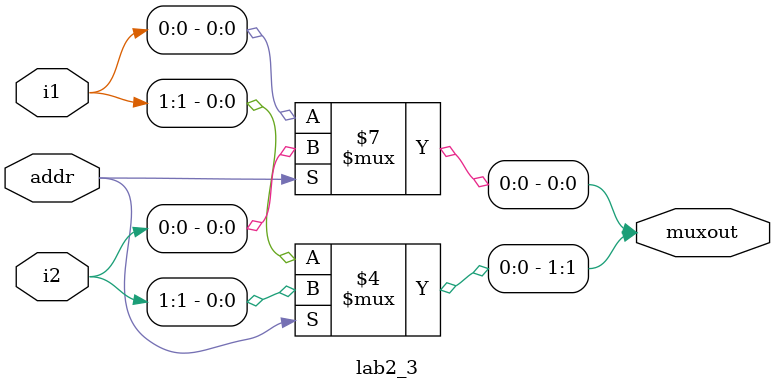
<source format=v>
`timescale 1ns / 1ps


module lab2_3(
    i1,
    i2,
    addr,
    muxout
    );
        //what are the input ports.
    input wire [1:0] i1;
    input wire [1:0] i2;
    input wire [0:0] addr;
    //What are the output ports.
    output wire [1:0] muxout;
    //Internal variables.
    reg [1:0] muxout;

    //Always block - the statements inside this block are executed when the given sensitivity list 
    //is satidfied. for example in this case the block is executed when any changes occur in the three signals 
    //named 'Data_in_0','Data_in_1' or 'sel'.
    always @(i1,i2,addr)
    begin
        if(addr == 0)
            begin
                muxout[0] = i1[0];  //when select signal to the mux is low
                muxout[1] = i1[1];  //when select signal to the mux is low
            end
        else
            begin
                muxout[0] = i2[0];  //when select signal to the mux is high
                muxout[1] = i2[1];  //when select signal to the mux is high
            end
    end
    
endmodule

</source>
